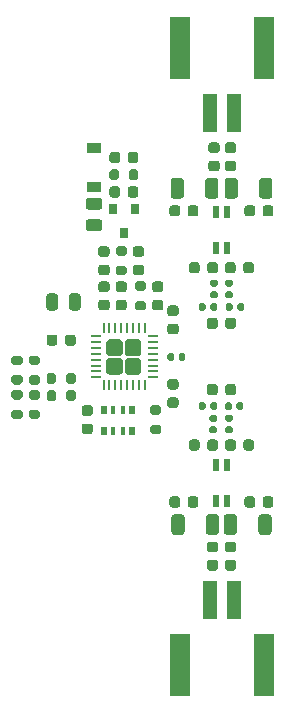
<source format=gbr>
%TF.GenerationSoftware,KiCad,Pcbnew,(5.1.9)-1*%
%TF.CreationDate,2021-07-06T15:26:54+07:00*%
%TF.ProjectId,A2B,4132422e-6b69-4636-9164-5f7063625858,2*%
%TF.SameCoordinates,Original*%
%TF.FileFunction,Paste,Top*%
%TF.FilePolarity,Positive*%
%FSLAX46Y46*%
G04 Gerber Fmt 4.6, Leading zero omitted, Abs format (unit mm)*
G04 Created by KiCad (PCBNEW (5.1.9)-1) date 2021-07-06 15:26:54*
%MOMM*%
%LPD*%
G01*
G04 APERTURE LIST*
%ADD10R,0.249200X0.804800*%
%ADD11R,0.804800X0.249200*%
%ADD12C,0.100000*%
%ADD13R,0.800000X0.900000*%
%ADD14R,0.500000X0.800000*%
%ADD15R,0.400000X0.800000*%
%ADD16R,0.609600X1.041400*%
%ADD17R,1.700000X5.300000*%
%ADD18R,1.200000X3.200000*%
%ADD19R,1.200000X0.900000*%
G04 APERTURE END LIST*
D10*
%TO.C,U1*%
X118155501Y-61261099D03*
X118655500Y-61261099D03*
X119155499Y-61261099D03*
X119655500Y-61261099D03*
X120155500Y-61261099D03*
X120655501Y-61261099D03*
X121155500Y-61261099D03*
X121655499Y-61261099D03*
D11*
X122307901Y-61913501D03*
X122307901Y-62413500D03*
X122307901Y-62913499D03*
X122307901Y-63413500D03*
X122307901Y-63913500D03*
X122307901Y-64413501D03*
X122307901Y-64913500D03*
X122307901Y-65413499D03*
D10*
X121655499Y-66065901D03*
X121155500Y-66065901D03*
X120655501Y-66065901D03*
X120155500Y-66065901D03*
X119655500Y-66065901D03*
X119155499Y-66065901D03*
X118655500Y-66065901D03*
X118155501Y-66065901D03*
D11*
X117503099Y-65413499D03*
X117503099Y-64913500D03*
X117503099Y-64413501D03*
X117503099Y-63913500D03*
X117503099Y-63413500D03*
X117503099Y-62913499D03*
X117503099Y-62413500D03*
X117503099Y-61913501D03*
D12*
G36*
X121125561Y-63756844D02*
G01*
X121153578Y-63765343D01*
X121179400Y-63779145D01*
X121202032Y-63797719D01*
X121325761Y-63921448D01*
X121344335Y-63944080D01*
X121358137Y-63969902D01*
X121366636Y-63997919D01*
X121369506Y-64027057D01*
X121369506Y-64905223D01*
X121366636Y-64934361D01*
X121358137Y-64962378D01*
X121344335Y-64988200D01*
X121325761Y-65010832D01*
X121202032Y-65134561D01*
X121179400Y-65153135D01*
X121153578Y-65166937D01*
X121125561Y-65175436D01*
X121096423Y-65178306D01*
X120218257Y-65178306D01*
X120189119Y-65175436D01*
X120161102Y-65166937D01*
X120135280Y-65153135D01*
X120112648Y-65134561D01*
X119988919Y-65010832D01*
X119970345Y-64988200D01*
X119956543Y-64962378D01*
X119948044Y-64934361D01*
X119945174Y-64905223D01*
X119945174Y-64027057D01*
X119948044Y-63997919D01*
X119956543Y-63969902D01*
X119970345Y-63944080D01*
X119988919Y-63921448D01*
X120112648Y-63797719D01*
X120135280Y-63779145D01*
X120161102Y-63765343D01*
X120189119Y-63756844D01*
X120218257Y-63753974D01*
X121096423Y-63753974D01*
X121125561Y-63756844D01*
G37*
G36*
X121125561Y-62190177D02*
G01*
X121153578Y-62198676D01*
X121179400Y-62212478D01*
X121202032Y-62231052D01*
X121325761Y-62354781D01*
X121344335Y-62377413D01*
X121358137Y-62403235D01*
X121366636Y-62431252D01*
X121369506Y-62460390D01*
X121369506Y-63338556D01*
X121366636Y-63367694D01*
X121358137Y-63395711D01*
X121344335Y-63421533D01*
X121325761Y-63444165D01*
X121202032Y-63567894D01*
X121179400Y-63586468D01*
X121153578Y-63600270D01*
X121125561Y-63608769D01*
X121096423Y-63611639D01*
X120218257Y-63611639D01*
X120189119Y-63608769D01*
X120161102Y-63600270D01*
X120135280Y-63586468D01*
X120112648Y-63567894D01*
X119988919Y-63444165D01*
X119970345Y-63421533D01*
X119956543Y-63395711D01*
X119948044Y-63367694D01*
X119945174Y-63338556D01*
X119945174Y-62460390D01*
X119948044Y-62431252D01*
X119956543Y-62403235D01*
X119970345Y-62377413D01*
X119988919Y-62354781D01*
X120112648Y-62231052D01*
X120135280Y-62212478D01*
X120161102Y-62198676D01*
X120189119Y-62190177D01*
X120218257Y-62187307D01*
X121096423Y-62187307D01*
X121125561Y-62190177D01*
G37*
G36*
X119558894Y-63756844D02*
G01*
X119586911Y-63765343D01*
X119612733Y-63779145D01*
X119635365Y-63797719D01*
X119759094Y-63921448D01*
X119777668Y-63944080D01*
X119791470Y-63969902D01*
X119799969Y-63997919D01*
X119802839Y-64027057D01*
X119802839Y-64905223D01*
X119799969Y-64934361D01*
X119791470Y-64962378D01*
X119777668Y-64988200D01*
X119759094Y-65010832D01*
X119635365Y-65134561D01*
X119612733Y-65153135D01*
X119586911Y-65166937D01*
X119558894Y-65175436D01*
X119529756Y-65178306D01*
X118651590Y-65178306D01*
X118622452Y-65175436D01*
X118594435Y-65166937D01*
X118568613Y-65153135D01*
X118545981Y-65134561D01*
X118422252Y-65010832D01*
X118403678Y-64988200D01*
X118389876Y-64962378D01*
X118381377Y-64934361D01*
X118378507Y-64905223D01*
X118378507Y-64027057D01*
X118381377Y-63997919D01*
X118389876Y-63969902D01*
X118403678Y-63944080D01*
X118422252Y-63921448D01*
X118545981Y-63797719D01*
X118568613Y-63779145D01*
X118594435Y-63765343D01*
X118622452Y-63756844D01*
X118651590Y-63753974D01*
X119529756Y-63753974D01*
X119558894Y-63756844D01*
G37*
G36*
X119558894Y-62190177D02*
G01*
X119586911Y-62198676D01*
X119612733Y-62212478D01*
X119635365Y-62231052D01*
X119759094Y-62354781D01*
X119777668Y-62377413D01*
X119791470Y-62403235D01*
X119799969Y-62431252D01*
X119802839Y-62460390D01*
X119802839Y-63338556D01*
X119799969Y-63367694D01*
X119791470Y-63395711D01*
X119777668Y-63421533D01*
X119759094Y-63444165D01*
X119635365Y-63567894D01*
X119612733Y-63586468D01*
X119586911Y-63600270D01*
X119558894Y-63608769D01*
X119529756Y-63611639D01*
X118651590Y-63611639D01*
X118622452Y-63608769D01*
X118594435Y-63600270D01*
X118568613Y-63586468D01*
X118545981Y-63567894D01*
X118422252Y-63444165D01*
X118403678Y-63421533D01*
X118389876Y-63395711D01*
X118381377Y-63367694D01*
X118378507Y-63338556D01*
X118378507Y-62460390D01*
X118381377Y-62431252D01*
X118389876Y-62403235D01*
X118403678Y-62377413D01*
X118422252Y-62354781D01*
X118545981Y-62231052D01*
X118568613Y-62212478D01*
X118594435Y-62198676D01*
X118622452Y-62190177D01*
X118651590Y-62187307D01*
X119529756Y-62187307D01*
X119558894Y-62190177D01*
G37*
%TD*%
%TO.C,C7*%
G36*
G01*
X114896500Y-62516500D02*
X114896500Y-62016500D01*
G75*
G02*
X115121500Y-61791500I225000J0D01*
G01*
X115571500Y-61791500D01*
G75*
G02*
X115796500Y-62016500I0J-225000D01*
G01*
X115796500Y-62516500D01*
G75*
G02*
X115571500Y-62741500I-225000J0D01*
G01*
X115121500Y-62741500D01*
G75*
G02*
X114896500Y-62516500I0J225000D01*
G01*
G37*
G36*
G01*
X113346500Y-62516500D02*
X113346500Y-62016500D01*
G75*
G02*
X113571500Y-61791500I225000J0D01*
G01*
X114021500Y-61791500D01*
G75*
G02*
X114246500Y-62016500I0J-225000D01*
G01*
X114246500Y-62516500D01*
G75*
G02*
X114021500Y-62741500I-225000J0D01*
G01*
X113571500Y-62741500D01*
G75*
G02*
X113346500Y-62516500I0J225000D01*
G01*
G37*
%TD*%
%TO.C,C10*%
G36*
G01*
X117941000Y-58845000D02*
X118441000Y-58845000D01*
G75*
G02*
X118666000Y-59070000I0J-225000D01*
G01*
X118666000Y-59520000D01*
G75*
G02*
X118441000Y-59745000I-225000J0D01*
G01*
X117941000Y-59745000D01*
G75*
G02*
X117716000Y-59520000I0J225000D01*
G01*
X117716000Y-59070000D01*
G75*
G02*
X117941000Y-58845000I225000J0D01*
G01*
G37*
G36*
G01*
X117941000Y-57295000D02*
X118441000Y-57295000D01*
G75*
G02*
X118666000Y-57520000I0J-225000D01*
G01*
X118666000Y-57970000D01*
G75*
G02*
X118441000Y-58195000I-225000J0D01*
G01*
X117941000Y-58195000D01*
G75*
G02*
X117716000Y-57970000I0J225000D01*
G01*
X117716000Y-57520000D01*
G75*
G02*
X117941000Y-57295000I225000J0D01*
G01*
G37*
%TD*%
%TO.C,C11*%
G36*
G01*
X117026500Y-70222500D02*
X116526500Y-70222500D01*
G75*
G02*
X116301500Y-69997500I0J225000D01*
G01*
X116301500Y-69547500D01*
G75*
G02*
X116526500Y-69322500I225000J0D01*
G01*
X117026500Y-69322500D01*
G75*
G02*
X117251500Y-69547500I0J-225000D01*
G01*
X117251500Y-69997500D01*
G75*
G02*
X117026500Y-70222500I-225000J0D01*
G01*
G37*
G36*
G01*
X117026500Y-68672500D02*
X116526500Y-68672500D01*
G75*
G02*
X116301500Y-68447500I0J225000D01*
G01*
X116301500Y-67997500D01*
G75*
G02*
X116526500Y-67772500I225000J0D01*
G01*
X117026500Y-67772500D01*
G75*
G02*
X117251500Y-67997500I0J-225000D01*
G01*
X117251500Y-68447500D01*
G75*
G02*
X117026500Y-68672500I-225000J0D01*
G01*
G37*
%TD*%
%TO.C,C12*%
G36*
G01*
X113312000Y-59503000D02*
X113312000Y-58553000D01*
G75*
G02*
X113562000Y-58303000I250000J0D01*
G01*
X114062000Y-58303000D01*
G75*
G02*
X114312000Y-58553000I0J-250000D01*
G01*
X114312000Y-59503000D01*
G75*
G02*
X114062000Y-59753000I-250000J0D01*
G01*
X113562000Y-59753000D01*
G75*
G02*
X113312000Y-59503000I0J250000D01*
G01*
G37*
G36*
G01*
X115212000Y-59503000D02*
X115212000Y-58553000D01*
G75*
G02*
X115462000Y-58303000I250000J0D01*
G01*
X115962000Y-58303000D01*
G75*
G02*
X116212000Y-58553000I0J-250000D01*
G01*
X116212000Y-59503000D01*
G75*
G02*
X115962000Y-59753000I-250000J0D01*
G01*
X115462000Y-59753000D01*
G75*
G02*
X115212000Y-59503000I0J250000D01*
G01*
G37*
%TD*%
%TO.C,C13*%
G36*
G01*
X119401500Y-58845000D02*
X119901500Y-58845000D01*
G75*
G02*
X120126500Y-59070000I0J-225000D01*
G01*
X120126500Y-59520000D01*
G75*
G02*
X119901500Y-59745000I-225000J0D01*
G01*
X119401500Y-59745000D01*
G75*
G02*
X119176500Y-59520000I0J225000D01*
G01*
X119176500Y-59070000D01*
G75*
G02*
X119401500Y-58845000I225000J0D01*
G01*
G37*
G36*
G01*
X119401500Y-57295000D02*
X119901500Y-57295000D01*
G75*
G02*
X120126500Y-57520000I0J-225000D01*
G01*
X120126500Y-57970000D01*
G75*
G02*
X119901500Y-58195000I-225000J0D01*
G01*
X119401500Y-58195000D01*
G75*
G02*
X119176500Y-57970000I0J225000D01*
G01*
X119176500Y-57520000D01*
G75*
G02*
X119401500Y-57295000I225000J0D01*
G01*
G37*
%TD*%
%TO.C,C14*%
G36*
G01*
X121113000Y-49470500D02*
X121113000Y-49970500D01*
G75*
G02*
X120888000Y-50195500I-225000J0D01*
G01*
X120438000Y-50195500D01*
G75*
G02*
X120213000Y-49970500I0J225000D01*
G01*
X120213000Y-49470500D01*
G75*
G02*
X120438000Y-49245500I225000J0D01*
G01*
X120888000Y-49245500D01*
G75*
G02*
X121113000Y-49470500I0J-225000D01*
G01*
G37*
G36*
G01*
X119563000Y-49470500D02*
X119563000Y-49970500D01*
G75*
G02*
X119338000Y-50195500I-225000J0D01*
G01*
X118888000Y-50195500D01*
G75*
G02*
X118663000Y-49970500I0J225000D01*
G01*
X118663000Y-49470500D01*
G75*
G02*
X118888000Y-49245500I225000J0D01*
G01*
X119338000Y-49245500D01*
G75*
G02*
X119563000Y-49470500I0J-225000D01*
G01*
G37*
%TD*%
%TO.C,C15*%
G36*
G01*
X120862000Y-55860500D02*
X121362000Y-55860500D01*
G75*
G02*
X121587000Y-56085500I0J-225000D01*
G01*
X121587000Y-56535500D01*
G75*
G02*
X121362000Y-56760500I-225000J0D01*
G01*
X120862000Y-56760500D01*
G75*
G02*
X120637000Y-56535500I0J225000D01*
G01*
X120637000Y-56085500D01*
G75*
G02*
X120862000Y-55860500I225000J0D01*
G01*
G37*
G36*
G01*
X120862000Y-54310500D02*
X121362000Y-54310500D01*
G75*
G02*
X121587000Y-54535500I0J-225000D01*
G01*
X121587000Y-54985500D01*
G75*
G02*
X121362000Y-55210500I-225000J0D01*
G01*
X120862000Y-55210500D01*
G75*
G02*
X120637000Y-54985500I0J225000D01*
G01*
X120637000Y-54535500D01*
G75*
G02*
X120862000Y-54310500I225000J0D01*
G01*
G37*
%TD*%
%TO.C,C16*%
G36*
G01*
X119563000Y-46549500D02*
X119563000Y-47049500D01*
G75*
G02*
X119338000Y-47274500I-225000J0D01*
G01*
X118888000Y-47274500D01*
G75*
G02*
X118663000Y-47049500I0J225000D01*
G01*
X118663000Y-46549500D01*
G75*
G02*
X118888000Y-46324500I225000J0D01*
G01*
X119338000Y-46324500D01*
G75*
G02*
X119563000Y-46549500I0J-225000D01*
G01*
G37*
G36*
G01*
X121113000Y-46549500D02*
X121113000Y-47049500D01*
G75*
G02*
X120888000Y-47274500I-225000J0D01*
G01*
X120438000Y-47274500D01*
G75*
G02*
X120213000Y-47049500I0J225000D01*
G01*
X120213000Y-46549500D01*
G75*
G02*
X120438000Y-46324500I225000J0D01*
G01*
X120888000Y-46324500D01*
G75*
G02*
X121113000Y-46549500I0J-225000D01*
G01*
G37*
%TD*%
%TO.C,C18*%
G36*
G01*
X124283000Y-60227000D02*
X123783000Y-60227000D01*
G75*
G02*
X123558000Y-60002000I0J225000D01*
G01*
X123558000Y-59552000D01*
G75*
G02*
X123783000Y-59327000I225000J0D01*
G01*
X124283000Y-59327000D01*
G75*
G02*
X124508000Y-59552000I0J-225000D01*
G01*
X124508000Y-60002000D01*
G75*
G02*
X124283000Y-60227000I-225000J0D01*
G01*
G37*
G36*
G01*
X124283000Y-61777000D02*
X123783000Y-61777000D01*
G75*
G02*
X123558000Y-61552000I0J225000D01*
G01*
X123558000Y-61102000D01*
G75*
G02*
X123783000Y-60877000I225000J0D01*
G01*
X124283000Y-60877000D01*
G75*
G02*
X124508000Y-61102000I0J-225000D01*
G01*
X124508000Y-61552000D01*
G75*
G02*
X124283000Y-61777000I-225000J0D01*
G01*
G37*
%TD*%
%TO.C,C19*%
G36*
G01*
X124283000Y-66450000D02*
X123783000Y-66450000D01*
G75*
G02*
X123558000Y-66225000I0J225000D01*
G01*
X123558000Y-65775000D01*
G75*
G02*
X123783000Y-65550000I225000J0D01*
G01*
X124283000Y-65550000D01*
G75*
G02*
X124508000Y-65775000I0J-225000D01*
G01*
X124508000Y-66225000D01*
G75*
G02*
X124283000Y-66450000I-225000J0D01*
G01*
G37*
G36*
G01*
X124283000Y-68000000D02*
X123783000Y-68000000D01*
G75*
G02*
X123558000Y-67775000I0J225000D01*
G01*
X123558000Y-67325000D01*
G75*
G02*
X123783000Y-67100000I225000J0D01*
G01*
X124283000Y-67100000D01*
G75*
G02*
X124508000Y-67325000I0J-225000D01*
G01*
X124508000Y-67775000D01*
G75*
G02*
X124283000Y-68000000I-225000J0D01*
G01*
G37*
%TD*%
%TO.C,C25*%
G36*
G01*
X122495500Y-58845000D02*
X122995500Y-58845000D01*
G75*
G02*
X123220500Y-59070000I0J-225000D01*
G01*
X123220500Y-59520000D01*
G75*
G02*
X122995500Y-59745000I-225000J0D01*
G01*
X122495500Y-59745000D01*
G75*
G02*
X122270500Y-59520000I0J225000D01*
G01*
X122270500Y-59070000D01*
G75*
G02*
X122495500Y-58845000I225000J0D01*
G01*
G37*
G36*
G01*
X122495500Y-57295000D02*
X122995500Y-57295000D01*
G75*
G02*
X123220500Y-57520000I0J-225000D01*
G01*
X123220500Y-57970000D01*
G75*
G02*
X122995500Y-58195000I-225000J0D01*
G01*
X122495500Y-58195000D01*
G75*
G02*
X122270500Y-57970000I0J225000D01*
G01*
X122270500Y-57520000D01*
G75*
G02*
X122495500Y-57295000I225000J0D01*
G01*
G37*
%TD*%
%TO.C,C30*%
G36*
G01*
X118441000Y-55210500D02*
X117941000Y-55210500D01*
G75*
G02*
X117716000Y-54985500I0J225000D01*
G01*
X117716000Y-54535500D01*
G75*
G02*
X117941000Y-54310500I225000J0D01*
G01*
X118441000Y-54310500D01*
G75*
G02*
X118666000Y-54535500I0J-225000D01*
G01*
X118666000Y-54985500D01*
G75*
G02*
X118441000Y-55210500I-225000J0D01*
G01*
G37*
G36*
G01*
X118441000Y-56760500D02*
X117941000Y-56760500D01*
G75*
G02*
X117716000Y-56535500I0J225000D01*
G01*
X117716000Y-56085500D01*
G75*
G02*
X117941000Y-55860500I225000J0D01*
G01*
X118441000Y-55860500D01*
G75*
G02*
X118666000Y-56085500I0J-225000D01*
G01*
X118666000Y-56535500D01*
G75*
G02*
X118441000Y-56760500I-225000J0D01*
G01*
G37*
%TD*%
%TO.C,C31*%
G36*
G01*
X126918000Y-61090800D02*
X126918000Y-60590800D01*
G75*
G02*
X127143000Y-60365800I225000J0D01*
G01*
X127593000Y-60365800D01*
G75*
G02*
X127818000Y-60590800I0J-225000D01*
G01*
X127818000Y-61090800D01*
G75*
G02*
X127593000Y-61315800I-225000J0D01*
G01*
X127143000Y-61315800D01*
G75*
G02*
X126918000Y-61090800I0J225000D01*
G01*
G37*
G36*
G01*
X128468000Y-61090800D02*
X128468000Y-60590800D01*
G75*
G02*
X128693000Y-60365800I225000J0D01*
G01*
X129143000Y-60365800D01*
G75*
G02*
X129368000Y-60590800I0J-225000D01*
G01*
X129368000Y-61090800D01*
G75*
G02*
X129143000Y-61315800I-225000J0D01*
G01*
X128693000Y-61315800D01*
G75*
G02*
X128468000Y-61090800I0J225000D01*
G01*
G37*
%TD*%
%TO.C,C32*%
G36*
G01*
X129368000Y-66196400D02*
X129368000Y-66696400D01*
G75*
G02*
X129143000Y-66921400I-225000J0D01*
G01*
X128693000Y-66921400D01*
G75*
G02*
X128468000Y-66696400I0J225000D01*
G01*
X128468000Y-66196400D01*
G75*
G02*
X128693000Y-65971400I225000J0D01*
G01*
X129143000Y-65971400D01*
G75*
G02*
X129368000Y-66196400I0J-225000D01*
G01*
G37*
G36*
G01*
X127818000Y-66196400D02*
X127818000Y-66696400D01*
G75*
G02*
X127593000Y-66921400I-225000J0D01*
G01*
X127143000Y-66921400D01*
G75*
G02*
X126918000Y-66696400I0J225000D01*
G01*
X126918000Y-66196400D01*
G75*
G02*
X127143000Y-65971400I225000J0D01*
G01*
X127593000Y-65971400D01*
G75*
G02*
X127818000Y-66196400I0J-225000D01*
G01*
G37*
%TD*%
%TO.C,C33*%
G36*
G01*
X126944000Y-56391800D02*
X126944000Y-55891800D01*
G75*
G02*
X127169000Y-55666800I225000J0D01*
G01*
X127619000Y-55666800D01*
G75*
G02*
X127844000Y-55891800I0J-225000D01*
G01*
X127844000Y-56391800D01*
G75*
G02*
X127619000Y-56616800I-225000J0D01*
G01*
X127169000Y-56616800D01*
G75*
G02*
X126944000Y-56391800I0J225000D01*
G01*
G37*
G36*
G01*
X125394000Y-56391800D02*
X125394000Y-55891800D01*
G75*
G02*
X125619000Y-55666800I225000J0D01*
G01*
X126069000Y-55666800D01*
G75*
G02*
X126294000Y-55891800I0J-225000D01*
G01*
X126294000Y-56391800D01*
G75*
G02*
X126069000Y-56616800I-225000J0D01*
G01*
X125619000Y-56616800D01*
G75*
G02*
X125394000Y-56391800I0J225000D01*
G01*
G37*
%TD*%
%TO.C,C34*%
G36*
G01*
X130892000Y-55891800D02*
X130892000Y-56391800D01*
G75*
G02*
X130667000Y-56616800I-225000J0D01*
G01*
X130217000Y-56616800D01*
G75*
G02*
X129992000Y-56391800I0J225000D01*
G01*
X129992000Y-55891800D01*
G75*
G02*
X130217000Y-55666800I225000J0D01*
G01*
X130667000Y-55666800D01*
G75*
G02*
X130892000Y-55891800I0J-225000D01*
G01*
G37*
G36*
G01*
X129342000Y-55891800D02*
X129342000Y-56391800D01*
G75*
G02*
X129117000Y-56616800I-225000J0D01*
G01*
X128667000Y-56616800D01*
G75*
G02*
X128442000Y-56391800I0J225000D01*
G01*
X128442000Y-55891800D01*
G75*
G02*
X128667000Y-55666800I225000J0D01*
G01*
X129117000Y-55666800D01*
G75*
G02*
X129342000Y-55891800I0J-225000D01*
G01*
G37*
%TD*%
%TO.C,C35*%
G36*
G01*
X130904700Y-70895400D02*
X130904700Y-71395400D01*
G75*
G02*
X130679700Y-71620400I-225000J0D01*
G01*
X130229700Y-71620400D01*
G75*
G02*
X130004700Y-71395400I0J225000D01*
G01*
X130004700Y-70895400D01*
G75*
G02*
X130229700Y-70670400I225000J0D01*
G01*
X130679700Y-70670400D01*
G75*
G02*
X130904700Y-70895400I0J-225000D01*
G01*
G37*
G36*
G01*
X129354700Y-70895400D02*
X129354700Y-71395400D01*
G75*
G02*
X129129700Y-71620400I-225000J0D01*
G01*
X128679700Y-71620400D01*
G75*
G02*
X128454700Y-71395400I0J225000D01*
G01*
X128454700Y-70895400D01*
G75*
G02*
X128679700Y-70670400I225000J0D01*
G01*
X129129700Y-70670400D01*
G75*
G02*
X129354700Y-70895400I0J-225000D01*
G01*
G37*
%TD*%
%TO.C,C36*%
G36*
G01*
X125394000Y-71395400D02*
X125394000Y-70895400D01*
G75*
G02*
X125619000Y-70670400I225000J0D01*
G01*
X126069000Y-70670400D01*
G75*
G02*
X126294000Y-70895400I0J-225000D01*
G01*
X126294000Y-71395400D01*
G75*
G02*
X126069000Y-71620400I-225000J0D01*
G01*
X125619000Y-71620400D01*
G75*
G02*
X125394000Y-71395400I0J225000D01*
G01*
G37*
G36*
G01*
X126944000Y-71395400D02*
X126944000Y-70895400D01*
G75*
G02*
X127169000Y-70670400I225000J0D01*
G01*
X127619000Y-70670400D01*
G75*
G02*
X127844000Y-70895400I0J-225000D01*
G01*
X127844000Y-71395400D01*
G75*
G02*
X127619000Y-71620400I-225000J0D01*
G01*
X127169000Y-71620400D01*
G75*
G02*
X126944000Y-71395400I0J225000D01*
G01*
G37*
%TD*%
%TO.C,C39*%
G36*
G01*
X130993000Y-75721400D02*
X130993000Y-76221400D01*
G75*
G02*
X130768000Y-76446400I-225000J0D01*
G01*
X130318000Y-76446400D01*
G75*
G02*
X130093000Y-76221400I0J225000D01*
G01*
X130093000Y-75721400D01*
G75*
G02*
X130318000Y-75496400I225000J0D01*
G01*
X130768000Y-75496400D01*
G75*
G02*
X130993000Y-75721400I0J-225000D01*
G01*
G37*
G36*
G01*
X132543000Y-75721400D02*
X132543000Y-76221400D01*
G75*
G02*
X132318000Y-76446400I-225000J0D01*
G01*
X131868000Y-76446400D01*
G75*
G02*
X131643000Y-76221400I0J225000D01*
G01*
X131643000Y-75721400D01*
G75*
G02*
X131868000Y-75496400I225000J0D01*
G01*
X132318000Y-75496400D01*
G75*
G02*
X132543000Y-75721400I0J-225000D01*
G01*
G37*
%TD*%
%TO.C,C40*%
G36*
G01*
X126193000Y-75721400D02*
X126193000Y-76221400D01*
G75*
G02*
X125968000Y-76446400I-225000J0D01*
G01*
X125518000Y-76446400D01*
G75*
G02*
X125293000Y-76221400I0J225000D01*
G01*
X125293000Y-75721400D01*
G75*
G02*
X125518000Y-75496400I225000J0D01*
G01*
X125968000Y-75496400D01*
G75*
G02*
X126193000Y-75721400I0J-225000D01*
G01*
G37*
G36*
G01*
X124643000Y-75721400D02*
X124643000Y-76221400D01*
G75*
G02*
X124418000Y-76446400I-225000J0D01*
G01*
X123968000Y-76446400D01*
G75*
G02*
X123743000Y-76221400I0J225000D01*
G01*
X123743000Y-75721400D01*
G75*
G02*
X123968000Y-75496400I225000J0D01*
G01*
X124418000Y-75496400D01*
G75*
G02*
X124643000Y-75721400I0J-225000D01*
G01*
G37*
%TD*%
%TO.C,C41*%
G36*
G01*
X125293000Y-51565800D02*
X125293000Y-51065800D01*
G75*
G02*
X125518000Y-50840800I225000J0D01*
G01*
X125968000Y-50840800D01*
G75*
G02*
X126193000Y-51065800I0J-225000D01*
G01*
X126193000Y-51565800D01*
G75*
G02*
X125968000Y-51790800I-225000J0D01*
G01*
X125518000Y-51790800D01*
G75*
G02*
X125293000Y-51565800I0J225000D01*
G01*
G37*
G36*
G01*
X123743000Y-51565800D02*
X123743000Y-51065800D01*
G75*
G02*
X123968000Y-50840800I225000J0D01*
G01*
X124418000Y-50840800D01*
G75*
G02*
X124643000Y-51065800I0J-225000D01*
G01*
X124643000Y-51565800D01*
G75*
G02*
X124418000Y-51790800I-225000J0D01*
G01*
X123968000Y-51790800D01*
G75*
G02*
X123743000Y-51565800I0J225000D01*
G01*
G37*
%TD*%
%TO.C,C42*%
G36*
G01*
X130093000Y-51565800D02*
X130093000Y-51065800D01*
G75*
G02*
X130318000Y-50840800I225000J0D01*
G01*
X130768000Y-50840800D01*
G75*
G02*
X130993000Y-51065800I0J-225000D01*
G01*
X130993000Y-51565800D01*
G75*
G02*
X130768000Y-51790800I-225000J0D01*
G01*
X130318000Y-51790800D01*
G75*
G02*
X130093000Y-51565800I0J225000D01*
G01*
G37*
G36*
G01*
X131643000Y-51565800D02*
X131643000Y-51065800D01*
G75*
G02*
X131868000Y-50840800I225000J0D01*
G01*
X132318000Y-50840800D01*
G75*
G02*
X132543000Y-51065800I0J-225000D01*
G01*
X132543000Y-51565800D01*
G75*
G02*
X132318000Y-51790800I-225000J0D01*
G01*
X131868000Y-51790800D01*
G75*
G02*
X131643000Y-51565800I0J225000D01*
G01*
G37*
%TD*%
%TO.C,C43*%
G36*
G01*
X128655000Y-80868400D02*
X129155000Y-80868400D01*
G75*
G02*
X129380000Y-81093400I0J-225000D01*
G01*
X129380000Y-81543400D01*
G75*
G02*
X129155000Y-81768400I-225000J0D01*
G01*
X128655000Y-81768400D01*
G75*
G02*
X128430000Y-81543400I0J225000D01*
G01*
X128430000Y-81093400D01*
G75*
G02*
X128655000Y-80868400I225000J0D01*
G01*
G37*
G36*
G01*
X128655000Y-79318400D02*
X129155000Y-79318400D01*
G75*
G02*
X129380000Y-79543400I0J-225000D01*
G01*
X129380000Y-79993400D01*
G75*
G02*
X129155000Y-80218400I-225000J0D01*
G01*
X128655000Y-80218400D01*
G75*
G02*
X128430000Y-79993400I0J225000D01*
G01*
X128430000Y-79543400D01*
G75*
G02*
X128655000Y-79318400I225000J0D01*
G01*
G37*
%TD*%
%TO.C,C44*%
G36*
G01*
X127131000Y-79318400D02*
X127631000Y-79318400D01*
G75*
G02*
X127856000Y-79543400I0J-225000D01*
G01*
X127856000Y-79993400D01*
G75*
G02*
X127631000Y-80218400I-225000J0D01*
G01*
X127131000Y-80218400D01*
G75*
G02*
X126906000Y-79993400I0J225000D01*
G01*
X126906000Y-79543400D01*
G75*
G02*
X127131000Y-79318400I225000J0D01*
G01*
G37*
G36*
G01*
X127131000Y-80868400D02*
X127631000Y-80868400D01*
G75*
G02*
X127856000Y-81093400I0J-225000D01*
G01*
X127856000Y-81543400D01*
G75*
G02*
X127631000Y-81768400I-225000J0D01*
G01*
X127131000Y-81768400D01*
G75*
G02*
X126906000Y-81543400I0J225000D01*
G01*
X126906000Y-81093400D01*
G75*
G02*
X127131000Y-80868400I225000J0D01*
G01*
G37*
%TD*%
%TO.C,C46*%
G36*
G01*
X127758000Y-46418800D02*
X127258000Y-46418800D01*
G75*
G02*
X127033000Y-46193800I0J225000D01*
G01*
X127033000Y-45743800D01*
G75*
G02*
X127258000Y-45518800I225000J0D01*
G01*
X127758000Y-45518800D01*
G75*
G02*
X127983000Y-45743800I0J-225000D01*
G01*
X127983000Y-46193800D01*
G75*
G02*
X127758000Y-46418800I-225000J0D01*
G01*
G37*
G36*
G01*
X127758000Y-47968800D02*
X127258000Y-47968800D01*
G75*
G02*
X127033000Y-47743800I0J225000D01*
G01*
X127033000Y-47293800D01*
G75*
G02*
X127258000Y-47068800I225000J0D01*
G01*
X127758000Y-47068800D01*
G75*
G02*
X127983000Y-47293800I0J-225000D01*
G01*
X127983000Y-47743800D01*
G75*
G02*
X127758000Y-47968800I-225000J0D01*
G01*
G37*
%TD*%
%TO.C,C47*%
G36*
G01*
X129155000Y-47968800D02*
X128655000Y-47968800D01*
G75*
G02*
X128430000Y-47743800I0J225000D01*
G01*
X128430000Y-47293800D01*
G75*
G02*
X128655000Y-47068800I225000J0D01*
G01*
X129155000Y-47068800D01*
G75*
G02*
X129380000Y-47293800I0J-225000D01*
G01*
X129380000Y-47743800D01*
G75*
G02*
X129155000Y-47968800I-225000J0D01*
G01*
G37*
G36*
G01*
X129155000Y-46418800D02*
X128655000Y-46418800D01*
G75*
G02*
X128430000Y-46193800I0J225000D01*
G01*
X128430000Y-45743800D01*
G75*
G02*
X128655000Y-45518800I225000J0D01*
G01*
X129155000Y-45518800D01*
G75*
G02*
X129380000Y-45743800I0J-225000D01*
G01*
X129380000Y-46193800D01*
G75*
G02*
X129155000Y-46418800I-225000J0D01*
G01*
G37*
%TD*%
%TO.C,FB2*%
G36*
G01*
X127190000Y-59616300D02*
X127190000Y-59271300D01*
G75*
G02*
X127337500Y-59123800I147500J0D01*
G01*
X127632500Y-59123800D01*
G75*
G02*
X127780000Y-59271300I0J-147500D01*
G01*
X127780000Y-59616300D01*
G75*
G02*
X127632500Y-59763800I-147500J0D01*
G01*
X127337500Y-59763800D01*
G75*
G02*
X127190000Y-59616300I0J147500D01*
G01*
G37*
G36*
G01*
X126220000Y-59616300D02*
X126220000Y-59271300D01*
G75*
G02*
X126367500Y-59123800I147500J0D01*
G01*
X126662500Y-59123800D01*
G75*
G02*
X126810000Y-59271300I0J-147500D01*
G01*
X126810000Y-59616300D01*
G75*
G02*
X126662500Y-59763800I-147500J0D01*
G01*
X126367500Y-59763800D01*
G75*
G02*
X126220000Y-59616300I0J147500D01*
G01*
G37*
%TD*%
%TO.C,FB3*%
G36*
G01*
X128506000Y-59616300D02*
X128506000Y-59271300D01*
G75*
G02*
X128653500Y-59123800I147500J0D01*
G01*
X128948500Y-59123800D01*
G75*
G02*
X129096000Y-59271300I0J-147500D01*
G01*
X129096000Y-59616300D01*
G75*
G02*
X128948500Y-59763800I-147500J0D01*
G01*
X128653500Y-59763800D01*
G75*
G02*
X128506000Y-59616300I0J147500D01*
G01*
G37*
G36*
G01*
X129476000Y-59616300D02*
X129476000Y-59271300D01*
G75*
G02*
X129623500Y-59123800I147500J0D01*
G01*
X129918500Y-59123800D01*
G75*
G02*
X130066000Y-59271300I0J-147500D01*
G01*
X130066000Y-59616300D01*
G75*
G02*
X129918500Y-59763800I-147500J0D01*
G01*
X129623500Y-59763800D01*
G75*
G02*
X129476000Y-59616300I0J147500D01*
G01*
G37*
%TD*%
%TO.C,FB4*%
G36*
G01*
X130002500Y-67670900D02*
X130002500Y-68015900D01*
G75*
G02*
X129855000Y-68163400I-147500J0D01*
G01*
X129560000Y-68163400D01*
G75*
G02*
X129412500Y-68015900I0J147500D01*
G01*
X129412500Y-67670900D01*
G75*
G02*
X129560000Y-67523400I147500J0D01*
G01*
X129855000Y-67523400D01*
G75*
G02*
X130002500Y-67670900I0J-147500D01*
G01*
G37*
G36*
G01*
X129032500Y-67670900D02*
X129032500Y-68015900D01*
G75*
G02*
X128885000Y-68163400I-147500J0D01*
G01*
X128590000Y-68163400D01*
G75*
G02*
X128442500Y-68015900I0J147500D01*
G01*
X128442500Y-67670900D01*
G75*
G02*
X128590000Y-67523400I147500J0D01*
G01*
X128885000Y-67523400D01*
G75*
G02*
X129032500Y-67670900I0J-147500D01*
G01*
G37*
%TD*%
%TO.C,FB5*%
G36*
G01*
X127780000Y-67670900D02*
X127780000Y-68015900D01*
G75*
G02*
X127632500Y-68163400I-147500J0D01*
G01*
X127337500Y-68163400D01*
G75*
G02*
X127190000Y-68015900I0J147500D01*
G01*
X127190000Y-67670900D01*
G75*
G02*
X127337500Y-67523400I147500J0D01*
G01*
X127632500Y-67523400D01*
G75*
G02*
X127780000Y-67670900I0J-147500D01*
G01*
G37*
G36*
G01*
X126810000Y-67670900D02*
X126810000Y-68015900D01*
G75*
G02*
X126662500Y-68163400I-147500J0D01*
G01*
X126367500Y-68163400D01*
G75*
G02*
X126220000Y-68015900I0J147500D01*
G01*
X126220000Y-67670900D01*
G75*
G02*
X126367500Y-67523400I147500J0D01*
G01*
X126662500Y-67523400D01*
G75*
G02*
X126810000Y-67670900I0J-147500D01*
G01*
G37*
%TD*%
%TO.C,L1*%
G36*
G01*
X127680500Y-58699800D02*
X127335500Y-58699800D01*
G75*
G02*
X127188000Y-58552300I0J147500D01*
G01*
X127188000Y-58257300D01*
G75*
G02*
X127335500Y-58109800I147500J0D01*
G01*
X127680500Y-58109800D01*
G75*
G02*
X127828000Y-58257300I0J-147500D01*
G01*
X127828000Y-58552300D01*
G75*
G02*
X127680500Y-58699800I-147500J0D01*
G01*
G37*
G36*
G01*
X127680500Y-57729800D02*
X127335500Y-57729800D01*
G75*
G02*
X127188000Y-57582300I0J147500D01*
G01*
X127188000Y-57287300D01*
G75*
G02*
X127335500Y-57139800I147500J0D01*
G01*
X127680500Y-57139800D01*
G75*
G02*
X127828000Y-57287300I0J-147500D01*
G01*
X127828000Y-57582300D01*
G75*
G02*
X127680500Y-57729800I-147500J0D01*
G01*
G37*
%TD*%
%TO.C,L2*%
G36*
G01*
X128950500Y-57729800D02*
X128605500Y-57729800D01*
G75*
G02*
X128458000Y-57582300I0J147500D01*
G01*
X128458000Y-57287300D01*
G75*
G02*
X128605500Y-57139800I147500J0D01*
G01*
X128950500Y-57139800D01*
G75*
G02*
X129098000Y-57287300I0J-147500D01*
G01*
X129098000Y-57582300D01*
G75*
G02*
X128950500Y-57729800I-147500J0D01*
G01*
G37*
G36*
G01*
X128950500Y-58699800D02*
X128605500Y-58699800D01*
G75*
G02*
X128458000Y-58552300I0J147500D01*
G01*
X128458000Y-58257300D01*
G75*
G02*
X128605500Y-58109800I147500J0D01*
G01*
X128950500Y-58109800D01*
G75*
G02*
X129098000Y-58257300I0J-147500D01*
G01*
X129098000Y-58552300D01*
G75*
G02*
X128950500Y-58699800I-147500J0D01*
G01*
G37*
%TD*%
%TO.C,L3*%
G36*
G01*
X128605500Y-69557400D02*
X128950500Y-69557400D01*
G75*
G02*
X129098000Y-69704900I0J-147500D01*
G01*
X129098000Y-69999900D01*
G75*
G02*
X128950500Y-70147400I-147500J0D01*
G01*
X128605500Y-70147400D01*
G75*
G02*
X128458000Y-69999900I0J147500D01*
G01*
X128458000Y-69704900D01*
G75*
G02*
X128605500Y-69557400I147500J0D01*
G01*
G37*
G36*
G01*
X128605500Y-68587400D02*
X128950500Y-68587400D01*
G75*
G02*
X129098000Y-68734900I0J-147500D01*
G01*
X129098000Y-69029900D01*
G75*
G02*
X128950500Y-69177400I-147500J0D01*
G01*
X128605500Y-69177400D01*
G75*
G02*
X128458000Y-69029900I0J147500D01*
G01*
X128458000Y-68734900D01*
G75*
G02*
X128605500Y-68587400I147500J0D01*
G01*
G37*
%TD*%
%TO.C,L4*%
G36*
G01*
X127272000Y-68587400D02*
X127617000Y-68587400D01*
G75*
G02*
X127764500Y-68734900I0J-147500D01*
G01*
X127764500Y-69029900D01*
G75*
G02*
X127617000Y-69177400I-147500J0D01*
G01*
X127272000Y-69177400D01*
G75*
G02*
X127124500Y-69029900I0J147500D01*
G01*
X127124500Y-68734900D01*
G75*
G02*
X127272000Y-68587400I147500J0D01*
G01*
G37*
G36*
G01*
X127272000Y-69557400D02*
X127617000Y-69557400D01*
G75*
G02*
X127764500Y-69704900I0J-147500D01*
G01*
X127764500Y-69999900D01*
G75*
G02*
X127617000Y-70147400I-147500J0D01*
G01*
X127272000Y-70147400D01*
G75*
G02*
X127124500Y-69999900I0J147500D01*
G01*
X127124500Y-69704900D01*
G75*
G02*
X127272000Y-69557400I147500J0D01*
G01*
G37*
%TD*%
D13*
%TO.C,Q1*%
X120838000Y-51197000D03*
X118938000Y-51197000D03*
X119888000Y-53197000D03*
%TD*%
%TO.C,R1*%
G36*
G01*
X112573200Y-66018800D02*
X112023200Y-66018800D01*
G75*
G02*
X111823200Y-65818800I0J200000D01*
G01*
X111823200Y-65418800D01*
G75*
G02*
X112023200Y-65218800I200000J0D01*
G01*
X112573200Y-65218800D01*
G75*
G02*
X112773200Y-65418800I0J-200000D01*
G01*
X112773200Y-65818800D01*
G75*
G02*
X112573200Y-66018800I-200000J0D01*
G01*
G37*
G36*
G01*
X112573200Y-64368800D02*
X112023200Y-64368800D01*
G75*
G02*
X111823200Y-64168800I0J200000D01*
G01*
X111823200Y-63768800D01*
G75*
G02*
X112023200Y-63568800I200000J0D01*
G01*
X112573200Y-63568800D01*
G75*
G02*
X112773200Y-63768800I0J-200000D01*
G01*
X112773200Y-64168800D01*
G75*
G02*
X112573200Y-64368800I-200000J0D01*
G01*
G37*
%TD*%
%TO.C,R2*%
G36*
G01*
X110562700Y-65218800D02*
X111112700Y-65218800D01*
G75*
G02*
X111312700Y-65418800I0J-200000D01*
G01*
X111312700Y-65818800D01*
G75*
G02*
X111112700Y-66018800I-200000J0D01*
G01*
X110562700Y-66018800D01*
G75*
G02*
X110362700Y-65818800I0J200000D01*
G01*
X110362700Y-65418800D01*
G75*
G02*
X110562700Y-65218800I200000J0D01*
G01*
G37*
G36*
G01*
X110562700Y-63568800D02*
X111112700Y-63568800D01*
G75*
G02*
X111312700Y-63768800I0J-200000D01*
G01*
X111312700Y-64168800D01*
G75*
G02*
X111112700Y-64368800I-200000J0D01*
G01*
X110562700Y-64368800D01*
G75*
G02*
X110362700Y-64168800I0J200000D01*
G01*
X110362700Y-63768800D01*
G75*
G02*
X110562700Y-63568800I200000J0D01*
G01*
G37*
%TD*%
%TO.C,R3*%
G36*
G01*
X112023200Y-68139300D02*
X112573200Y-68139300D01*
G75*
G02*
X112773200Y-68339300I0J-200000D01*
G01*
X112773200Y-68739300D01*
G75*
G02*
X112573200Y-68939300I-200000J0D01*
G01*
X112023200Y-68939300D01*
G75*
G02*
X111823200Y-68739300I0J200000D01*
G01*
X111823200Y-68339300D01*
G75*
G02*
X112023200Y-68139300I200000J0D01*
G01*
G37*
G36*
G01*
X112023200Y-66489300D02*
X112573200Y-66489300D01*
G75*
G02*
X112773200Y-66689300I0J-200000D01*
G01*
X112773200Y-67089300D01*
G75*
G02*
X112573200Y-67289300I-200000J0D01*
G01*
X112023200Y-67289300D01*
G75*
G02*
X111823200Y-67089300I0J200000D01*
G01*
X111823200Y-66689300D01*
G75*
G02*
X112023200Y-66489300I200000J0D01*
G01*
G37*
%TD*%
%TO.C,R4*%
G36*
G01*
X111112700Y-68939300D02*
X110562700Y-68939300D01*
G75*
G02*
X110362700Y-68739300I0J200000D01*
G01*
X110362700Y-68339300D01*
G75*
G02*
X110562700Y-68139300I200000J0D01*
G01*
X111112700Y-68139300D01*
G75*
G02*
X111312700Y-68339300I0J-200000D01*
G01*
X111312700Y-68739300D01*
G75*
G02*
X111112700Y-68939300I-200000J0D01*
G01*
G37*
G36*
G01*
X111112700Y-67289300D02*
X110562700Y-67289300D01*
G75*
G02*
X110362700Y-67089300I0J200000D01*
G01*
X110362700Y-66689300D01*
G75*
G02*
X110562700Y-66489300I200000J0D01*
G01*
X111112700Y-66489300D01*
G75*
G02*
X111312700Y-66689300I0J-200000D01*
G01*
X111312700Y-67089300D01*
G75*
G02*
X111112700Y-67289300I-200000J0D01*
G01*
G37*
%TD*%
%TO.C,R5*%
G36*
G01*
X115796500Y-65230000D02*
X115796500Y-65780000D01*
G75*
G02*
X115596500Y-65980000I-200000J0D01*
G01*
X115196500Y-65980000D01*
G75*
G02*
X114996500Y-65780000I0J200000D01*
G01*
X114996500Y-65230000D01*
G75*
G02*
X115196500Y-65030000I200000J0D01*
G01*
X115596500Y-65030000D01*
G75*
G02*
X115796500Y-65230000I0J-200000D01*
G01*
G37*
G36*
G01*
X114146500Y-65230000D02*
X114146500Y-65780000D01*
G75*
G02*
X113946500Y-65980000I-200000J0D01*
G01*
X113546500Y-65980000D01*
G75*
G02*
X113346500Y-65780000I0J200000D01*
G01*
X113346500Y-65230000D01*
G75*
G02*
X113546500Y-65030000I200000J0D01*
G01*
X113946500Y-65030000D01*
G75*
G02*
X114146500Y-65230000I0J-200000D01*
G01*
G37*
%TD*%
%TO.C,R6*%
G36*
G01*
X114146500Y-66690500D02*
X114146500Y-67240500D01*
G75*
G02*
X113946500Y-67440500I-200000J0D01*
G01*
X113546500Y-67440500D01*
G75*
G02*
X113346500Y-67240500I0J200000D01*
G01*
X113346500Y-66690500D01*
G75*
G02*
X113546500Y-66490500I200000J0D01*
G01*
X113946500Y-66490500D01*
G75*
G02*
X114146500Y-66690500I0J-200000D01*
G01*
G37*
G36*
G01*
X115796500Y-66690500D02*
X115796500Y-67240500D01*
G75*
G02*
X115596500Y-67440500I-200000J0D01*
G01*
X115196500Y-67440500D01*
G75*
G02*
X114996500Y-67240500I0J200000D01*
G01*
X114996500Y-66690500D01*
G75*
G02*
X115196500Y-66490500I200000J0D01*
G01*
X115596500Y-66490500D01*
G75*
G02*
X115796500Y-66690500I0J-200000D01*
G01*
G37*
%TD*%
%TO.C,R8*%
G36*
G01*
X122297500Y-69422500D02*
X122847500Y-69422500D01*
G75*
G02*
X123047500Y-69622500I0J-200000D01*
G01*
X123047500Y-70022500D01*
G75*
G02*
X122847500Y-70222500I-200000J0D01*
G01*
X122297500Y-70222500D01*
G75*
G02*
X122097500Y-70022500I0J200000D01*
G01*
X122097500Y-69622500D01*
G75*
G02*
X122297500Y-69422500I200000J0D01*
G01*
G37*
G36*
G01*
X122297500Y-67772500D02*
X122847500Y-67772500D01*
G75*
G02*
X123047500Y-67972500I0J-200000D01*
G01*
X123047500Y-68372500D01*
G75*
G02*
X122847500Y-68572500I-200000J0D01*
G01*
X122297500Y-68572500D01*
G75*
G02*
X122097500Y-68372500I0J200000D01*
G01*
X122097500Y-67972500D01*
G75*
G02*
X122297500Y-67772500I200000J0D01*
G01*
G37*
%TD*%
%TO.C,R9*%
G36*
G01*
X121010000Y-57295000D02*
X121560000Y-57295000D01*
G75*
G02*
X121760000Y-57495000I0J-200000D01*
G01*
X121760000Y-57895000D01*
G75*
G02*
X121560000Y-58095000I-200000J0D01*
G01*
X121010000Y-58095000D01*
G75*
G02*
X120810000Y-57895000I0J200000D01*
G01*
X120810000Y-57495000D01*
G75*
G02*
X121010000Y-57295000I200000J0D01*
G01*
G37*
G36*
G01*
X121010000Y-58945000D02*
X121560000Y-58945000D01*
G75*
G02*
X121760000Y-59145000I0J-200000D01*
G01*
X121760000Y-59545000D01*
G75*
G02*
X121560000Y-59745000I-200000J0D01*
G01*
X121010000Y-59745000D01*
G75*
G02*
X120810000Y-59545000I0J200000D01*
G01*
X120810000Y-59145000D01*
G75*
G02*
X121010000Y-58945000I200000J0D01*
G01*
G37*
%TD*%
%TO.C,R10*%
G36*
G01*
X119376500Y-55960500D02*
X119926500Y-55960500D01*
G75*
G02*
X120126500Y-56160500I0J-200000D01*
G01*
X120126500Y-56560500D01*
G75*
G02*
X119926500Y-56760500I-200000J0D01*
G01*
X119376500Y-56760500D01*
G75*
G02*
X119176500Y-56560500I0J200000D01*
G01*
X119176500Y-56160500D01*
G75*
G02*
X119376500Y-55960500I200000J0D01*
G01*
G37*
G36*
G01*
X119376500Y-54310500D02*
X119926500Y-54310500D01*
G75*
G02*
X120126500Y-54510500I0J-200000D01*
G01*
X120126500Y-54910500D01*
G75*
G02*
X119926500Y-55110500I-200000J0D01*
G01*
X119376500Y-55110500D01*
G75*
G02*
X119176500Y-54910500I0J200000D01*
G01*
X119176500Y-54510500D01*
G75*
G02*
X119376500Y-54310500I200000J0D01*
G01*
G37*
%TD*%
%TO.C,R11*%
G36*
G01*
X121113000Y-47985000D02*
X121113000Y-48535000D01*
G75*
G02*
X120913000Y-48735000I-200000J0D01*
G01*
X120513000Y-48735000D01*
G75*
G02*
X120313000Y-48535000I0J200000D01*
G01*
X120313000Y-47985000D01*
G75*
G02*
X120513000Y-47785000I200000J0D01*
G01*
X120913000Y-47785000D01*
G75*
G02*
X121113000Y-47985000I0J-200000D01*
G01*
G37*
G36*
G01*
X119463000Y-47985000D02*
X119463000Y-48535000D01*
G75*
G02*
X119263000Y-48735000I-200000J0D01*
G01*
X118863000Y-48735000D01*
G75*
G02*
X118663000Y-48535000I0J200000D01*
G01*
X118663000Y-47985000D01*
G75*
G02*
X118863000Y-47785000I200000J0D01*
G01*
X119263000Y-47785000D01*
G75*
G02*
X119463000Y-47985000I0J-200000D01*
G01*
G37*
%TD*%
D14*
%TO.C,RN1*%
X118180000Y-69961000D03*
D15*
X119780000Y-69961000D03*
X118980000Y-69961000D03*
D14*
X120580000Y-69961000D03*
D15*
X118980000Y-68161000D03*
D14*
X118180000Y-68161000D03*
D15*
X119780000Y-68161000D03*
D14*
X120580000Y-68161000D03*
%TD*%
D16*
%TO.C,L5*%
X128642999Y-72795402D03*
X128642999Y-75845398D03*
X127643001Y-72795402D03*
X127643001Y-75845398D03*
%TD*%
%TO.C,L6*%
X128642999Y-51441802D03*
X128642999Y-54491798D03*
X127643001Y-51441802D03*
X127643001Y-54491798D03*
%TD*%
%TO.C,R13*%
G36*
G01*
X128340500Y-78501403D02*
X128340500Y-77251397D01*
G75*
G02*
X128590497Y-77001400I249997J0D01*
G01*
X129215503Y-77001400D01*
G75*
G02*
X129465500Y-77251397I0J-249997D01*
G01*
X129465500Y-78501403D01*
G75*
G02*
X129215503Y-78751400I-249997J0D01*
G01*
X128590497Y-78751400D01*
G75*
G02*
X128340500Y-78501403I0J249997D01*
G01*
G37*
G36*
G01*
X131265500Y-78501403D02*
X131265500Y-77251397D01*
G75*
G02*
X131515497Y-77001400I249997J0D01*
G01*
X132140503Y-77001400D01*
G75*
G02*
X132390500Y-77251397I0J-249997D01*
G01*
X132390500Y-78501403D01*
G75*
G02*
X132140503Y-78751400I-249997J0D01*
G01*
X131515497Y-78751400D01*
G75*
G02*
X131265500Y-78501403I0J249997D01*
G01*
G37*
%TD*%
%TO.C,R14*%
G36*
G01*
X125020500Y-77251397D02*
X125020500Y-78501403D01*
G75*
G02*
X124770503Y-78751400I-249997J0D01*
G01*
X124145497Y-78751400D01*
G75*
G02*
X123895500Y-78501403I0J249997D01*
G01*
X123895500Y-77251397D01*
G75*
G02*
X124145497Y-77001400I249997J0D01*
G01*
X124770503Y-77001400D01*
G75*
G02*
X125020500Y-77251397I0J-249997D01*
G01*
G37*
G36*
G01*
X127945500Y-77251397D02*
X127945500Y-78501403D01*
G75*
G02*
X127695503Y-78751400I-249997J0D01*
G01*
X127070497Y-78751400D01*
G75*
G02*
X126820500Y-78501403I0J249997D01*
G01*
X126820500Y-77251397D01*
G75*
G02*
X127070497Y-77001400I249997J0D01*
G01*
X127695503Y-77001400D01*
G75*
G02*
X127945500Y-77251397I0J-249997D01*
G01*
G37*
%TD*%
%TO.C,R15*%
G36*
G01*
X127882000Y-48785797D02*
X127882000Y-50035803D01*
G75*
G02*
X127632003Y-50285800I-249997J0D01*
G01*
X127006997Y-50285800D01*
G75*
G02*
X126757000Y-50035803I0J249997D01*
G01*
X126757000Y-48785797D01*
G75*
G02*
X127006997Y-48535800I249997J0D01*
G01*
X127632003Y-48535800D01*
G75*
G02*
X127882000Y-48785797I0J-249997D01*
G01*
G37*
G36*
G01*
X124957000Y-48785797D02*
X124957000Y-50035803D01*
G75*
G02*
X124707003Y-50285800I-249997J0D01*
G01*
X124081997Y-50285800D01*
G75*
G02*
X123832000Y-50035803I0J249997D01*
G01*
X123832000Y-48785797D01*
G75*
G02*
X124081997Y-48535800I249997J0D01*
G01*
X124707003Y-48535800D01*
G75*
G02*
X124957000Y-48785797I0J-249997D01*
G01*
G37*
%TD*%
%TO.C,R16*%
G36*
G01*
X131329000Y-50035803D02*
X131329000Y-48785797D01*
G75*
G02*
X131578997Y-48535800I249997J0D01*
G01*
X132204003Y-48535800D01*
G75*
G02*
X132454000Y-48785797I0J-249997D01*
G01*
X132454000Y-50035803D01*
G75*
G02*
X132204003Y-50285800I-249997J0D01*
G01*
X131578997Y-50285800D01*
G75*
G02*
X131329000Y-50035803I0J249997D01*
G01*
G37*
G36*
G01*
X128404000Y-50035803D02*
X128404000Y-48785797D01*
G75*
G02*
X128653997Y-48535800I249997J0D01*
G01*
X129279003Y-48535800D01*
G75*
G02*
X129529000Y-48785797I0J-249997D01*
G01*
X129529000Y-50035803D01*
G75*
G02*
X129279003Y-50285800I-249997J0D01*
G01*
X128653997Y-50285800D01*
G75*
G02*
X128404000Y-50035803I0J249997D01*
G01*
G37*
%TD*%
D17*
%TO.C,J1*%
X124618400Y-37563600D03*
X131718400Y-37563600D03*
D18*
X127168400Y-43043600D03*
X129168400Y-43043600D03*
%TD*%
%TO.C,J2*%
X127168400Y-84261200D03*
X129168400Y-84261200D03*
D17*
X124618400Y-89741200D03*
X131718400Y-89741200D03*
%TD*%
%TO.C,C17*%
G36*
G01*
X125093000Y-63520500D02*
X125093000Y-63860500D01*
G75*
G02*
X124953000Y-64000500I-140000J0D01*
G01*
X124673000Y-64000500D01*
G75*
G02*
X124533000Y-63860500I0J140000D01*
G01*
X124533000Y-63520500D01*
G75*
G02*
X124673000Y-63380500I140000J0D01*
G01*
X124953000Y-63380500D01*
G75*
G02*
X125093000Y-63520500I0J-140000D01*
G01*
G37*
G36*
G01*
X124133000Y-63520500D02*
X124133000Y-63860500D01*
G75*
G02*
X123993000Y-64000500I-140000J0D01*
G01*
X123713000Y-64000500D01*
G75*
G02*
X123573000Y-63860500I0J140000D01*
G01*
X123573000Y-63520500D01*
G75*
G02*
X123713000Y-63380500I140000J0D01*
G01*
X123993000Y-63380500D01*
G75*
G02*
X124133000Y-63520500I0J-140000D01*
G01*
G37*
%TD*%
%TO.C,R17*%
G36*
G01*
X117798002Y-53050500D02*
X116897998Y-53050500D01*
G75*
G02*
X116648000Y-52800502I0J249998D01*
G01*
X116648000Y-52275498D01*
G75*
G02*
X116897998Y-52025500I249998J0D01*
G01*
X117798002Y-52025500D01*
G75*
G02*
X118048000Y-52275498I0J-249998D01*
G01*
X118048000Y-52800502D01*
G75*
G02*
X117798002Y-53050500I-249998J0D01*
G01*
G37*
G36*
G01*
X117798002Y-51225500D02*
X116897998Y-51225500D01*
G75*
G02*
X116648000Y-50975502I0J249998D01*
G01*
X116648000Y-50450498D01*
G75*
G02*
X116897998Y-50200500I249998J0D01*
G01*
X117798002Y-50200500D01*
G75*
G02*
X118048000Y-50450498I0J-249998D01*
G01*
X118048000Y-50975502D01*
G75*
G02*
X117798002Y-51225500I-249998J0D01*
G01*
G37*
%TD*%
D19*
%TO.C,D1*%
X117348000Y-45975000D03*
X117348000Y-49275000D03*
%TD*%
M02*

</source>
